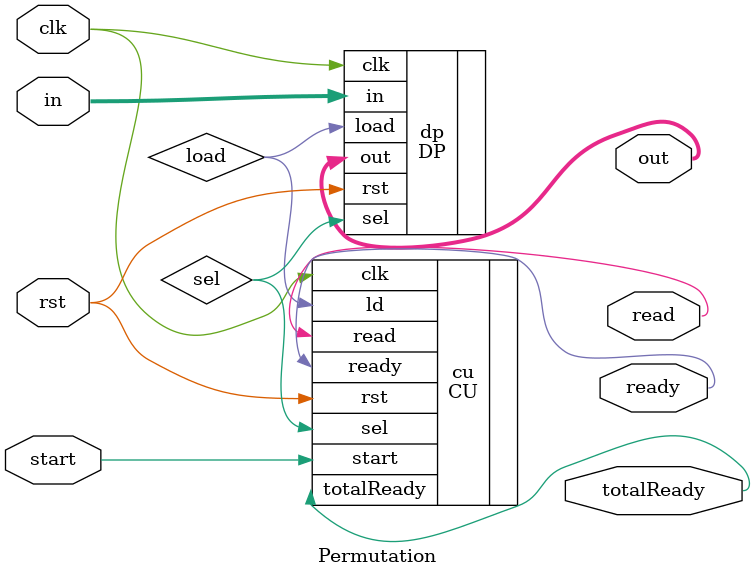
<source format=v>
module Permutation (in, clk, rst, start, totalReady, ready, read, out);
    input [24:0]in;
    input clk,rst,start;
    output totalReady,ready,read;
    output [24:0]out;


    wire load,sel;
    CU cu(.clk(clk),.rst(rst),.start(start),.sel(sel),.ld(load),
            .totalReady(totalReady),.ready(ready),.read(read));
    DP dp(.in(in), .clk(clk), .rst(rst), .sel(sel), .load(load) , .out(out));
endmodule
</source>
